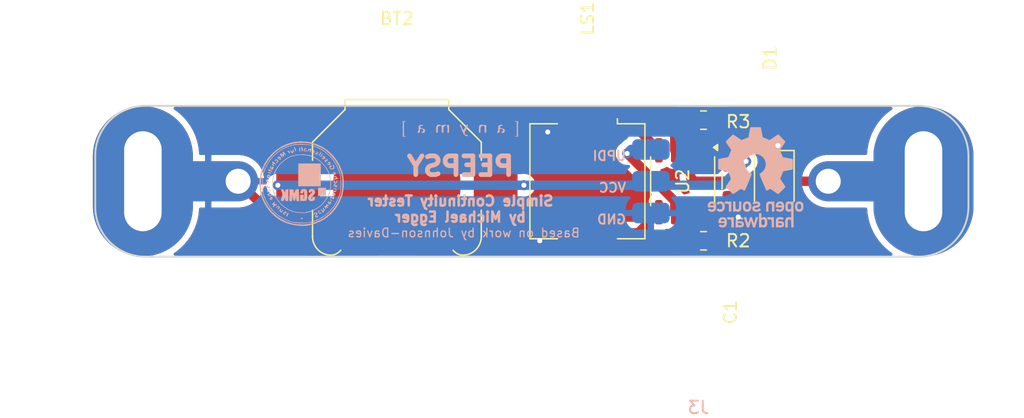
<source format=kicad_pcb>
(kicad_pcb (version 20241229) (generator "pcbnew") (generator_version "9.0")
  (layers (0 "F.Cu" signal) (2 "B.Cu" signal) (13 "F.Paste" user) (15 "B.Paste" user) (5 "F.SilkS" user "F.Silkscreen") (7 "B.SilkS" user "B.Silkscreen") (1 "F.Mask" user) (3 "B.Mask" user) (25 "Edge.Cuts" user))
  (net 0 "")
  (net 1 "VCC")
  (net 2 "GND")
  (net 3 "Net-(D1-A)")
  (net 4 "/udpi")
  (net 5 "Net-(J4-Pin_1)")
  (net 6 "Net-(U2-PA1)")
  (net 7 "Net-(U2-PA2)")
  (net 8 "Net-(U2-PA3)")
  (net 9 "Net-(U2-PA7)")
  (footprint "synkie_footprints:C_1206_3216Metric_Pad1.42x1.75mm_HandSolder" (layer "F.Cu") (at 181.934 110.4925 -90)
    (property "Reference" "C1" (at 10.4775 0.254 90) (layer "F.SilkS"))
    (property "Value" "C")
    (pad "1" smd roundrect (at -1.4875 0 270) (size 1.425 1.75) (layers "F.Cu" "F.Mask" "F.Paste") (roundrect_rratio 0.175439) (net 1 "VCC"))
    (pad "2" smd roundrect (at 1.4875 0 270) (size 1.425 1.75) (layers "F.Cu" "F.Mask" "F.Paste") (roundrect_rratio 0.175439) (net 2 "GND"))
  )
  (footprint "LED_SMD:LED_1210_3225Metric_Pad1.42x2.65mm_HandSolder" (layer "F.Cu") (at 185.197 110.4925 -90)
    (property "Reference" "D1" (at -9.8425 0.342 270) (layer "F.SilkS"))
    (property "Value" "Signal")
    (pad "1" smd roundrect (at -1.4875 0 270) (size 1.425 2.65) (layers "F.Cu" "F.Mask" "F.Paste") (roundrect_rratio 0.175439) (net 2 "GND"))
    (pad "2" smd roundrect (at 1.4875 0 270) (size 1.425 2.65) (layers "F.Cu" "F.Mask" "F.Paste") (roundrect_rratio 0.175439) (net 3 "Net-(D1-A)"))
  )
  (footprint "Resistor_SMD:R_0805_2012Metric_Pad1.20x1.40mm_HandSolder" (layer "F.Cu") (at 179.5375 105.603 180)
    (property "Reference" "R3" (at -2.7775 -0.127 0) (layer "F.SilkS"))
    (property "Value" "51")
    (pad "1" smd roundrect (at -1 0 180) (size 1.2 1.4) (layers "F.Cu" "F.Mask" "F.Paste") (roundrect_rratio 0.208333) (net 2 "GND"))
    (pad "2" smd roundrect (at 1 0 180) (size 1.2 1.4) (layers "F.Cu" "F.Mask" "F.Paste") (roundrect_rratio 0.208333) (net 9 "Net-(U2-PA7)"))
  )
  (footprint "Anyma06:PeepsyPad" (layer "F.Cu") (at 189.515 110.4925 90)
    (property "Reference" "J4" (hide yes))
    (property "Value" "Probe")
    (pad "1" thru_hole oval (at 0 0 90) (size 3.2 8) (drill 2 (offset 0 2.4)) (layers "*.Cu" "*.Mask") (net 5 "Net-(J4-Pin_1)"))
    (pad "1" thru_hole oval (at 0 7.62 180) (size 8 12) (drill oval 3 8) (layers "*.Cu" "*.Mask") (net 5 "Net-(J4-Pin_1)"))
  )
  (footprint "Battery:BatteryHolder_Keystone_3000_1x12mm" (layer "F.Cu") (at 155.01 110.81)
    (property "Reference" "BT2" (at 0 -13.335 180) (layer "F.SilkS"))
    (property "Value" "Battery_Cell")
    (pad "1" smd rect (at -7.9 0) (size 3.5 3.3) (layers "F.Cu" "F.Mask" "F.Paste") (net 1 "VCC"))
    (pad "1" smd rect (at 7.9 0) (size 3.5 3.3) (layers "F.Cu" "F.Mask" "F.Paste") (net 1 "VCC"))
    (pad "2" smd circle (at 0 0) (size 10.2 10.2) (layers "F.Cu" "F.Mask") (net 2 "GND"))
  )
  (footprint "Anyma06:PeepsyPad" (layer "F.Cu") (at 142.31 110.4925 -90)
    (property "Reference" "J1" (hide yes))
    (property "Value" "Probe")
    (pad "1" thru_hole oval (at 0 0 270) (size 3.2 8) (drill 2 (offset 0 2.4)) (layers "*.Cu" "*.Mask") (net 2 "GND"))
    (pad "1" thru_hole oval (at 0 7.62) (size 8 12) (drill oval 3 8) (layers "*.Cu" "*.Mask") (net 2 "GND"))
  )
  (footprint "Resistor_SMD:R_0805_2012Metric_Pad1.20x1.40mm_HandSolder" (layer "F.Cu") (at 179.5375 115.255 180)
    (property "Reference" "R2" (at -2.7775 0 180) (layer "F.SilkS"))
    (property "Value" "560")
    (pad "1" smd roundrect (at -1 0 180) (size 1.2 1.4) (layers "F.Cu" "F.Mask" "F.Paste") (roundrect_rratio 0.208333) (net 3 "Net-(D1-A)"))
    (pad "2" smd roundrect (at 1 0 180) (size 1.2 1.4) (layers "F.Cu" "F.Mask" "F.Paste") (roundrect_rratio 0.208333) (net 8 "Net-(U2-PA3)"))
  )
  (footprint "Package_SO:SOIC-8_3.9x4.9mm_P1.27mm" (layer "F.Cu") (at 177.87 110.4925 -90)
    (property "Reference" "U2" (at 0 0 90) (layer "F.SilkS"))
    (property "Value" "ATtiny402-SS")
    (pad "1" smd roundrect (at -2.475 -1.905 270) (size 1.95 0.6) (layers "F.Cu" "F.Mask" "F.Paste") (net 1 "VCC"))
    (pad "2" smd roundrect (at -2.475 -0.635 270) (size 1.95 0.6) (layers "F.Cu" "F.Mask" "F.Paste") (net 5 "Net-(J4-Pin_1)"))
    (pad "3" smd roundrect (at -2.475 0.635 270) (size 1.95 0.6) (layers "F.Cu" "F.Mask" "F.Paste") (net 9 "Net-(U2-PA7)"))
    (pad "4" smd roundrect (at -2.475 1.905 270) (size 1.95 0.6) (layers "F.Cu" "F.Mask" "F.Paste") (net 6 "Net-(U2-PA1)"))
    (pad "5" smd roundrect (at 2.475 1.905 270) (size 1.95 0.6) (layers "F.Cu" "F.Mask" "F.Paste") (net 7 "Net-(U2-PA2)"))
    (pad "6" smd roundrect (at 2.475 0.635 270) (size 1.95 0.6) (layers "F.Cu" "F.Mask" "F.Paste") (net 4 "/udpi"))
    (pad "7" smd roundrect (at 2.475 -0.635 270) (size 1.95 0.6) (layers "F.Cu" "F.Mask" "F.Paste") (net 8 "Net-(U2-PA3)"))
    (pad "8" smd roundrect (at 2.475 -1.905 270) (size 1.95 0.6) (layers "F.Cu" "F.Mask" "F.Paste") (net 2 "GND"))
  )
  (footprint "Buzzer_Beeper:Buzzer_CUI_CPT-9019S-SMT" (layer "F.Cu") (at 170.25 110.4925 -90)
    (property "Reference" "LS1" (at -13.0175 0 90) (layer "F.SilkS"))
    (property "Value" "Speaker_Crystal")
    (pad "1" smd rect (at -4 0 270) (size 2 4.2) (layers "F.Cu" "F.Mask" "F.Paste") (net 6 "Net-(U2-PA1)"))
    (pad "2" smd rect (at 4 0 270) (size 2 4.2) (layers "F.Cu" "F.Mask" "F.Paste") (net 7 "Net-(U2-PA2)"))
  )
  (footprint "anyma_footprints:smd-3pin" (layer "B.Cu") (at 175.33 110.4925 180)
    (property "Reference" "J3" (at -3.81 -18.0975 180) (layer "B.SilkS") (effects (justify mirror)))
    (property "Value" "Conn_01x03")
    (pad "1" smd roundrect (at 0 2.54 180) (size 3 1.65) (layers "B.Cu" "B.Mask" "B.Paste") (net 4 "/udpi"))
    (pad "2" smd roundrect (at 0 0 180) (size 3 1.65) (layers "B.Cu" "B.Mask" "B.Paste") (net 1 "VCC"))
    (pad "3" smd roundrect (at 0 -2.54 180) (size 3 1.65) (layers "B.Cu" "B.Mask" "B.Paste") (net 2 "GND"))
  )
  (footprint "anyma_footprints:logo_anyma_tiny" (layer "B.Cu") (at 159.96935 106.365 180)
    (property "Reference" "G***" (hide yes))
    (property "Value" "LOGO" (hide yes))
  )
  (footprint "anyma_footprints:logo_sgmk" (layer "B.Cu") (at 147.39 110.683 180)
    (property "Reference" "G***" (hide yes))
    (property "Value" "logo_sgmk" (hide yes))
  )
  (footprint "Symbol:OSHW-Logo_7.5x8mm_SilkScreen" (layer "B.Cu") (at 183.712 110.175 180)
    (property "Reference" "REF**" (hide yes))
    (property "Value" "OSHW-Logo_7.5x8mm_SilkScreen" (hide yes))
  )
  (gr_arc (start 200.73 112.525) (mid 199.558427 115.353427) (end 196.73 116.525) (stroke (width 0.15)) (layer "Edge.Cuts"))
  (gr_arc (start 130.88 108.46) (mid 132.051573 105.631573) (end 134.88 104.46) (stroke (width 0.15)) (layer "Edge.Cuts"))
  (gr_line (start 200.73 108.46) (end 200.73 112.525) (stroke (width 0.15)) (layer "Edge.Cuts"))
  (gr_line (start 134.88 104.46) (end 196.73 104.46) (stroke (width 0.15)) (layer "Edge.Cuts"))
  (gr_arc (start 196.73 104.46) (mid 199.558427 105.631573) (end 200.73 108.46) (stroke (width 0.15)) (layer "Edge.Cuts"))
  (gr_line (start 130.88 112.525) (end 130.88 108.46) (stroke (width 0.15)) (layer "Edge.Cuts"))
  (gr_arc (start 134.88 116.525) (mid 132.051573 115.353427) (end 130.88 112.525) (stroke (width 0.15)) (layer "Edge.Cuts"))
  (gr_line (start 196.73 116.525) (end 134.88 116.525) (stroke (width 0.15)) (layer "Edge.Cuts"))
  (gr_text "PEEPSY" (at 160.09 109.286 0) (layer "B.SilkS") (effects (font (size 1.5 1.5) (thickness 0.375)) (justify mirror)))
  (gr_text "Based on work by Johnson-Davies \n" (at 160.09 114.62 0) (layer "B.SilkS") (effects (font (size 0.7 0.7) (thickness 0.1)) (justify mirror)))
  (gr_text "UPDI" (at 173.425 108.905 0) (layer "B.SilkS") (effects (font (size 0.75 0.75)) (justify left bottom mirror)))
  (gr_text "VCC" (at 173.425 111.445 0) (layer "B.SilkS") (effects (font (size 0.75 0.75)) (justify left bottom mirror)))
  (gr_text "Simple Continuity Tester\nby Michael Egger" (at 160.09 112.715 0) (layer "B.SilkS") (effects (font (size 0.8 0.8) (thickness 0.2)) (justify mirror)))
  (gr_text "GND" (at 173.425 113.985 0) (layer "B.SilkS") (effects (font (size 0.75 0.75)) (justify left bottom mirror)))
  (segment (start 182.034 108.905) (end 181.934 109.005) (width 0.75) (layer "F.Cu") (net 1))
  (segment (start 162.91 110.81) (end 165.17 110.81) (width 0.75) (layer "F.Cu") (net 1))
  (segment (start 147.11 110.81) (end 145.485 110.81) (width 0.75) (layer "F.Cu") (net 1))
  (segment (start 182.95 108.905) (end 182.034 108.905) (width 0.75) (layer "F.Cu") (net 1))
  (segment (start 179.775 108.0175) (end 180.9465 108.0175) (width 0.75) (layer "F.Cu") (net 1))
  (segment (start 180.9465 108.0175) (end 181.934 109.005) (width 0.75) (layer "F.Cu") (net 1))
  (via (at 182.95 108.905) (size 0.8) (drill 0.4) (layers "F.Cu" "B.Cu") (net 1))
  (via (at 145.485 110.81) (size 0.8) (drill 0.4) (layers "F.Cu" "B.Cu") (net 1))
  (via (at 165.17 110.81) (size 0.8) (drill 0.4) (layers "F.Cu" "B.Cu") (net 1))
  (segment (start 145.485 110.81) (end 163.265 110.81) (width 0.75) (layer "B.Cu") (net 1))
  (segment (start 163.265 110.81) (end 181.045 110.81) (width 0.75) (layer "B.Cu") (net 1))
  (segment (start 181.045 110.81) (end 182.95 108.905) (width 0.75) (layer "B.Cu") (net 1))
  (segment (start 165.17 110.81) (end 163.265 110.81) (width 0.75) (layer "B.Cu") (net 1))
  (segment (start 180.9465 112.9675) (end 181.934 111.98) (width 0.75) (layer "F.Cu") (net 2))
  (segment (start 147.8915 116.074) (end 149.746 116.074) (width 0.75) (layer "F.Cu") (net 2))
  (segment (start 180.5375 105.603) (end 184.093 105.603) (width 0.75) (layer "F.Cu") (net 2))
  (segment (start 149.746 116.074) (end 155.01 110.81) (width 0.75) (layer "F.Cu") (net 2))
  (segment (start 184.093 107.901) (end 185.197 109.005) (width 0.75) (layer "F.Cu") (net 2))
  (segment (start 179.775 112.9675) (end 180.9465 112.9675) (width 0.75) (layer "F.Cu") (net 2))
  (segment (start 142.31 110.4925) (end 147.8915 116.074) (width 0.75) (layer "F.Cu") (net 2))
  (segment (start 185.49 107.635) (end 185.49 108.712) (width 0.75) (layer "F.Cu") (net 2))
  (segment (start 160.09 115.255) (end 166.44 115.255) (width 0.75) (layer "F.Cu") (net 2))
  (segment (start 184.093 105.603) (end 184.093 107.901) (width 0.75) (layer "F.Cu") (net 2))
  (segment (start 155.645 110.81) (end 159.9035 106.5515) (width 0.75) (layer "F.Cu") (net 2))
  (segment (start 182.315 112.361) (end 181.934 111.98) (width 0.75) (layer "F.Cu") (net 2))
  (segment (start 182.315 113.35) (end 182.315 112.361) (width 0.75) (layer "F.Cu") (net 2))
  (segment (start 155.645 110.81) (end 160.09 115.255) (width 0.75) (layer "F.Cu") (net 2))
  (segment (start 155.01 110.81) (end 155.645 110.81) (width 0.75) (layer "F.Cu") (net 2))
  (segment (start 185.49 108.712) (end 185.197 109.005) (width 0.75) (layer "F.Cu") (net 2))
  (segment (start 159.9035 106.5515) (end 167.075 106.5515) (width 0.75) (layer "F.Cu") (net 2))
  (via (at 166.44 115.255) (size 0.8) (drill 0.4) (layers "F.Cu" "B.Cu") (net 2))
  (via (at 185.49 107.635) (size 0.8) (drill 0.4) (layers "F.Cu" "B.Cu") (net 2))
  (via (at 182.315 113.35) (size 0.8) (drill 0.4) (layers "F.Cu" "B.Cu") (net 2))
  (via (at 167.075 106.5515) (size 0.8) (drill 0.4) (layers "F.Cu" "B.Cu") (net 2))
  (segment (start 180.41 115.255) (end 182.315 113.35) (width 0.75) (layer "B.Cu") (net 2))
  (segment (start 185.49 107.635) (end 185.49 107) (width 0.75) (layer "B.Cu") (net 2))
  (segment (start 177.87 113.0325) (end 177.87 115.255) (width 0.75) (layer "B.Cu") (net 2))
  (segment (start 185.0415 106.5515) (end 167.075 106.5515) (width 0.75) (layer "B.Cu") (net 2))
  (segment (start 177.87 115.255) (end 166.44 115.255) (width 0.75) (layer "B.Cu") (net 2))
  (segment (start 177.87 115.255) (end 180.41 115.255) (width 0.75) (layer "B.Cu") (net 2))
  (segment (start 185.49 107) (end 185.0415 106.5515) (width 0.75) (layer "B.Cu") (net 2))
  (segment (start 181.922 115.255) (end 185.197 111.98) (width 0.75) (layer "F.Cu") (net 3))
  (segment (start 180.5375 115.255) (end 181.922 115.255) (width 0.75) (layer "F.Cu") (net 3))
  (segment (start 177.235 112.9675) (end 177.235 112.08) (width 0.75) (layer "F.Cu") (net 4))
  (segment (start 177.235 112.08) (end 173.425 108.27) (width 0.75) (layer "F.Cu") (net 4))
  (via (at 173.425 108.27) (size 0.8) (drill 0.4) (layers "F.Cu" "B.Cu") (net 4))
  (segment (start 173.7425 107.9525) (end 173.425 108.27) (width 0.75) (layer "B.Cu") (net 4))
  (segment (start 175.33 107.9525) (end 173.7425 107.9525) (width 0.75) (layer "B.Cu") (net 4))
  (segment (start 178.8225 110.4925) (end 178.505 110.175) (width 0.75) (layer "F.Cu") (net 5))
  (segment (start 178.505 110.175) (end 178.505 108.0175) (width 0.75) (layer "F.Cu") (net 5))
  (segment (start 189.515 110.4925) (end 178.8225 110.4925) (width 0.75) (layer "F.Cu") (net 5))
  (segment (start 174.3125 106.365) (end 170.3775 106.365) (width 0.75) (layer "F.Cu") (net 6))
  (segment (start 170.3775 106.365) (end 170.25 106.4925) (width 0.75) (layer "F.Cu") (net 6))
  (segment (start 175.965 108.0175) (end 174.3125 106.365) (width 0.75) (layer "F.Cu") (net 6))
  (segment (start 170.3775 114.62) (end 170.25 114.4925) (width 0.75) (layer "F.Cu") (net 7))
  (segment (start 175.965 112.9675) (end 174.3125 114.62) (width 0.75) (layer "F.Cu") (net 7))
  (segment (start 174.3125 114.62) (end 170.3775 114.62) (width 0.75) (layer "F.Cu") (net 7))
  (segment (start 178.505 115.2225) (end 178.5375 115.255) (width 0.75) (layer "F.Cu") (net 8))
  (segment (start 178.505 112.9675) (end 178.505 115.2225) (width 0.75) (layer "F.Cu") (net 8))
  (segment (start 177.997 105.603) (end 177.235 106.365) (width 0.75) (layer "F.Cu") (net 9))
  (segment (start 178.5375 105.603) (end 177.997 105.603) (width 0.75) (layer "F.Cu") (net 9))
  (segment (start 177.235 106.365) (end 177.235 108.0175) (width 0.75) (layer "F.Cu") (net 9))
  (zone (net 2) (net_name "GND") (layers "F.Cu" "B.Cu") (connect_pads (clearance 0.508)) (min_thickness 0.25) (fill yes (thermal_gap 0.5) (thermal_bridge_width 0.5) (island_removal_mode 1) (island_area_min 10))
    (polygon (pts (xy 125.8 101.92) (xy 205.175 100.65) (xy 205.175 123.51) (xy 123.26 126.05)))
  )
)
</source>
